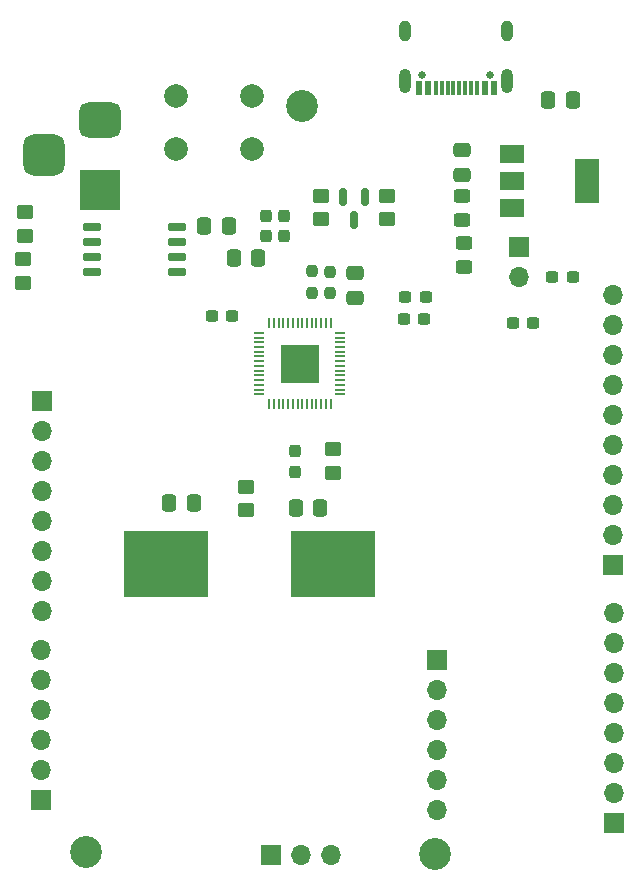
<source format=gbr>
%TF.GenerationSoftware,KiCad,Pcbnew,7.0.10*%
%TF.CreationDate,2024-01-11T23:08:57+05:30*%
%TF.ProjectId,rp2040-basic-m1,72703230-3430-42d6-9261-7369632d6d31,rev?*%
%TF.SameCoordinates,Original*%
%TF.FileFunction,Soldermask,Top*%
%TF.FilePolarity,Negative*%
%FSLAX46Y46*%
G04 Gerber Fmt 4.6, Leading zero omitted, Abs format (unit mm)*
G04 Created by KiCad (PCBNEW 7.0.10) date 2024-01-11 23:08:57*
%MOMM*%
%LPD*%
G01*
G04 APERTURE LIST*
G04 Aperture macros list*
%AMRoundRect*
0 Rectangle with rounded corners*
0 $1 Rounding radius*
0 $2 $3 $4 $5 $6 $7 $8 $9 X,Y pos of 4 corners*
0 Add a 4 corners polygon primitive as box body*
4,1,4,$2,$3,$4,$5,$6,$7,$8,$9,$2,$3,0*
0 Add four circle primitives for the rounded corners*
1,1,$1+$1,$2,$3*
1,1,$1+$1,$4,$5*
1,1,$1+$1,$6,$7*
1,1,$1+$1,$8,$9*
0 Add four rect primitives between the rounded corners*
20,1,$1+$1,$2,$3,$4,$5,0*
20,1,$1+$1,$4,$5,$6,$7,0*
20,1,$1+$1,$6,$7,$8,$9,0*
20,1,$1+$1,$8,$9,$2,$3,0*%
G04 Aperture macros list end*
%ADD10R,1.700000X1.700000*%
%ADD11O,1.700000X1.700000*%
%ADD12C,2.700000*%
%ADD13RoundRect,0.250000X0.475000X-0.337500X0.475000X0.337500X-0.475000X0.337500X-0.475000X-0.337500X0*%
%ADD14C,2.000000*%
%ADD15RoundRect,0.237500X-0.300000X-0.237500X0.300000X-0.237500X0.300000X0.237500X-0.300000X0.237500X0*%
%ADD16R,2.000000X1.500000*%
%ADD17R,2.000000X3.800000*%
%ADD18RoundRect,0.250000X0.450000X-0.350000X0.450000X0.350000X-0.450000X0.350000X-0.450000X-0.350000X0*%
%ADD19RoundRect,0.250000X-0.450000X0.350000X-0.450000X-0.350000X0.450000X-0.350000X0.450000X0.350000X0*%
%ADD20RoundRect,0.250000X-0.337500X-0.475000X0.337500X-0.475000X0.337500X0.475000X-0.337500X0.475000X0*%
%ADD21RoundRect,0.237500X0.300000X0.237500X-0.300000X0.237500X-0.300000X-0.237500X0.300000X-0.237500X0*%
%ADD22RoundRect,0.150000X-0.150000X0.587500X-0.150000X-0.587500X0.150000X-0.587500X0.150000X0.587500X0*%
%ADD23RoundRect,0.250000X0.337500X0.475000X-0.337500X0.475000X-0.337500X-0.475000X0.337500X-0.475000X0*%
%ADD24RoundRect,0.237500X0.237500X-0.300000X0.237500X0.300000X-0.237500X0.300000X-0.237500X-0.300000X0*%
%ADD25RoundRect,0.237500X-0.237500X0.250000X-0.237500X-0.250000X0.237500X-0.250000X0.237500X0.250000X0*%
%ADD26RoundRect,0.050000X-0.387500X-0.050000X0.387500X-0.050000X0.387500X0.050000X-0.387500X0.050000X0*%
%ADD27RoundRect,0.050000X-0.050000X-0.387500X0.050000X-0.387500X0.050000X0.387500X-0.050000X0.387500X0*%
%ADD28R,3.200000X3.200000*%
%ADD29C,0.650000*%
%ADD30R,0.600000X1.240000*%
%ADD31R,0.300000X1.240000*%
%ADD32O,1.000000X2.100000*%
%ADD33O,1.000000X1.800000*%
%ADD34RoundRect,0.237500X-0.237500X0.300000X-0.237500X-0.300000X0.237500X-0.300000X0.237500X0.300000X0*%
%ADD35RoundRect,0.150000X-0.650000X-0.150000X0.650000X-0.150000X0.650000X0.150000X-0.650000X0.150000X0*%
%ADD36R,3.500000X3.500000*%
%ADD37RoundRect,0.750000X-1.000000X0.750000X-1.000000X-0.750000X1.000000X-0.750000X1.000000X0.750000X0*%
%ADD38RoundRect,0.875000X-0.875000X0.875000X-0.875000X-0.875000X0.875000X-0.875000X0.875000X0.875000X0*%
%ADD39RoundRect,0.250000X-0.450000X0.325000X-0.450000X-0.325000X0.450000X-0.325000X0.450000X0.325000X0*%
%ADD40R,7.175000X5.600000*%
%ADD41RoundRect,0.250000X0.450000X-0.325000X0.450000X0.325000X-0.450000X0.325000X-0.450000X-0.325000X0*%
G04 APERTURE END LIST*
D10*
%TO.C,J7*%
X260300000Y-93170000D03*
D11*
X260300000Y-95710000D03*
X260300000Y-98250000D03*
X260300000Y-100790000D03*
X260300000Y-103330000D03*
X260300000Y-105870000D03*
%TD*%
D12*
%TO.C,REF\u002A\u002A*%
X248820000Y-46250000D03*
%TD*%
%TO.C,REF\u002A\u002A*%
X260080000Y-109540000D03*
%TD*%
%TO.C,REF\u002A\u002A*%
X230560000Y-109360000D03*
%TD*%
D13*
%TO.C,C12*%
X253370000Y-62461500D03*
X253370000Y-60386500D03*
%TD*%
D14*
%TO.C,SW2*%
X238150000Y-45375000D03*
X244650000Y-45375000D03*
X238150000Y-49875000D03*
X244650000Y-49875000D03*
%TD*%
D15*
%TO.C,C6*%
X266687500Y-64610000D03*
X268412500Y-64610000D03*
%TD*%
D16*
%TO.C,U2*%
X266648000Y-50273700D03*
X266648000Y-52573700D03*
D17*
X272948000Y-52573700D03*
D16*
X266648000Y-54873700D03*
%TD*%
D18*
%TO.C,R16*%
X244104000Y-80458000D03*
X244104000Y-78458000D03*
%TD*%
D13*
%TO.C,C14*%
X262432000Y-52065700D03*
X262432000Y-49990700D03*
%TD*%
D18*
%TO.C,R33*%
X251440000Y-77290000D03*
X251440000Y-75290000D03*
%TD*%
D10*
%TO.C,5V*%
X267210000Y-58150000D03*
D11*
X267210000Y-60690000D03*
%TD*%
D10*
%TO.C,J6*%
X226850000Y-71180000D03*
D11*
X226850000Y-73720000D03*
X226850000Y-76260000D03*
X226850000Y-78800000D03*
X226850000Y-81340000D03*
X226850000Y-83880000D03*
X226850000Y-86420000D03*
X226850000Y-88960000D03*
%TD*%
D19*
%TO.C,R3*%
X250454000Y-53820000D03*
X250454000Y-55820000D03*
%TD*%
D18*
%TO.C,R7*%
X225275000Y-61200000D03*
X225275000Y-59200000D03*
%TD*%
D20*
%TO.C,C15*%
X240592500Y-56392000D03*
X242667500Y-56392000D03*
%TD*%
D10*
%TO.C,J3*%
X275170000Y-85110000D03*
D11*
X275170000Y-82570000D03*
X275170000Y-80030000D03*
X275170000Y-77490000D03*
X275170000Y-74950000D03*
X275170000Y-72410000D03*
X275170000Y-69870000D03*
X275170000Y-67330000D03*
X275170000Y-64790000D03*
X275170000Y-62250000D03*
%TD*%
D21*
%TO.C,C7*%
X242934500Y-63964000D03*
X241209500Y-63964000D03*
%TD*%
D22*
%TO.C,D3*%
X254198000Y-53961000D03*
X252298000Y-53961000D03*
X253248000Y-55836000D03*
%TD*%
D23*
%TO.C,C5*%
X245137500Y-59062000D03*
X243062500Y-59062000D03*
%TD*%
D24*
%TO.C,C3*%
X245814300Y-57242000D03*
X245814300Y-55517000D03*
%TD*%
D15*
%TO.C,C9*%
X257487500Y-64260000D03*
X259212500Y-64260000D03*
%TD*%
D10*
%TO.C,J4*%
X275250000Y-106930000D03*
D11*
X275250000Y-104390000D03*
X275250000Y-101850000D03*
X275250000Y-99310000D03*
X275250000Y-96770000D03*
X275250000Y-94230000D03*
X275250000Y-91690000D03*
X275250000Y-89150000D03*
%TD*%
D25*
%TO.C,R4*%
X251250000Y-60259500D03*
X251250000Y-62084500D03*
%TD*%
D19*
%TO.C,R2*%
X256042000Y-53820000D03*
X256042000Y-55820000D03*
%TD*%
D10*
%TO.C,J5*%
X226770000Y-105010000D03*
D11*
X226770000Y-102470000D03*
X226770000Y-99930000D03*
X226770000Y-97390000D03*
X226770000Y-94850000D03*
X226770000Y-92310000D03*
%TD*%
D26*
%TO.C,U1*%
X245238500Y-65428000D03*
X245238500Y-65828000D03*
X245238500Y-66228000D03*
X245238500Y-66628000D03*
X245238500Y-67028000D03*
X245238500Y-67428000D03*
X245238500Y-67828000D03*
X245238500Y-68228000D03*
X245238500Y-68628000D03*
X245238500Y-69028000D03*
X245238500Y-69428000D03*
X245238500Y-69828000D03*
X245238500Y-70228000D03*
X245238500Y-70628000D03*
D27*
X246076000Y-71465500D03*
X246476000Y-71465500D03*
X246876000Y-71465500D03*
X247276000Y-71465500D03*
X247676000Y-71465500D03*
X248076000Y-71465500D03*
X248476000Y-71465500D03*
X248876000Y-71465500D03*
X249276000Y-71465500D03*
X249676000Y-71465500D03*
X250076000Y-71465500D03*
X250476000Y-71465500D03*
X250876000Y-71465500D03*
X251276000Y-71465500D03*
D26*
X252113500Y-70628000D03*
X252113500Y-70228000D03*
X252113500Y-69828000D03*
X252113500Y-69428000D03*
X252113500Y-69028000D03*
X252113500Y-68628000D03*
X252113500Y-68228000D03*
X252113500Y-67828000D03*
X252113500Y-67428000D03*
X252113500Y-67028000D03*
X252113500Y-66628000D03*
X252113500Y-66228000D03*
X252113500Y-65828000D03*
X252113500Y-65428000D03*
D27*
X251276000Y-64590500D03*
X250876000Y-64590500D03*
X250476000Y-64590500D03*
X250076000Y-64590500D03*
X249676000Y-64590500D03*
X249276000Y-64590500D03*
X248876000Y-64590500D03*
X248476000Y-64590500D03*
X248076000Y-64590500D03*
X247676000Y-64590500D03*
X247276000Y-64590500D03*
X246876000Y-64590500D03*
X246476000Y-64590500D03*
X246076000Y-64590500D03*
D28*
X248676000Y-68028000D03*
%TD*%
D23*
%TO.C,C13*%
X271762500Y-45675000D03*
X269687500Y-45675000D03*
%TD*%
D19*
%TO.C,R6*%
X225400000Y-55225000D03*
X225400000Y-57225000D03*
%TD*%
D29*
%TO.C,J1*%
X264815000Y-43580000D03*
X259035000Y-43580000D03*
D30*
X265125000Y-44700000D03*
X264325000Y-44700000D03*
D31*
X263175000Y-44700000D03*
X262175000Y-44700000D03*
X261675000Y-44700000D03*
X260675000Y-44700000D03*
D30*
X259525000Y-44700000D03*
X258725000Y-44700000D03*
X258725000Y-44700000D03*
X259525000Y-44700000D03*
D31*
X260175000Y-44700000D03*
X261175000Y-44700000D03*
X262675000Y-44700000D03*
X263675000Y-44700000D03*
D30*
X264325000Y-44700000D03*
X265125000Y-44700000D03*
D32*
X266245000Y-44100000D03*
D33*
X266245000Y-39900000D03*
D32*
X257605000Y-44100000D03*
D33*
X257605000Y-39900000D03*
%TD*%
D34*
%TO.C,C11*%
X248240000Y-75470000D03*
X248240000Y-77195000D03*
%TD*%
D25*
%TO.C,R5*%
X249740000Y-60229500D03*
X249740000Y-62054500D03*
%TD*%
D15*
%TO.C,C10*%
X257607500Y-62390000D03*
X259332500Y-62390000D03*
%TD*%
D35*
%TO.C,U3*%
X231106000Y-56471000D03*
X231106000Y-57741000D03*
X231106000Y-59011000D03*
X231106000Y-60281000D03*
X238306000Y-60281000D03*
X238306000Y-59011000D03*
X238306000Y-57741000D03*
X238306000Y-56471000D03*
%TD*%
D24*
%TO.C,C4*%
X247338300Y-57242000D03*
X247338300Y-55517000D03*
%TD*%
D36*
%TO.C,J9*%
X231725000Y-53375000D03*
D37*
X231725000Y-47375000D03*
D38*
X227025000Y-50375000D03*
%TD*%
D39*
%TO.C,D2*%
X262575000Y-57825000D03*
X262575000Y-59875000D03*
%TD*%
D10*
%TO.C,J8*%
X246270000Y-109650000D03*
D11*
X248810000Y-109650000D03*
X251350000Y-109650000D03*
%TD*%
D20*
%TO.C,C1*%
X248312500Y-80232000D03*
X250387500Y-80232000D03*
%TD*%
D15*
%TO.C,C8*%
X270037500Y-60700000D03*
X271762500Y-60700000D03*
%TD*%
D40*
%TO.C,Y1*%
X237345000Y-84962000D03*
X251520000Y-84962000D03*
%TD*%
D23*
%TO.C,C2*%
X239697500Y-79872000D03*
X237622500Y-79872000D03*
%TD*%
D41*
%TO.C,D1*%
X262432000Y-55854200D03*
X262432000Y-53804200D03*
%TD*%
M02*

</source>
